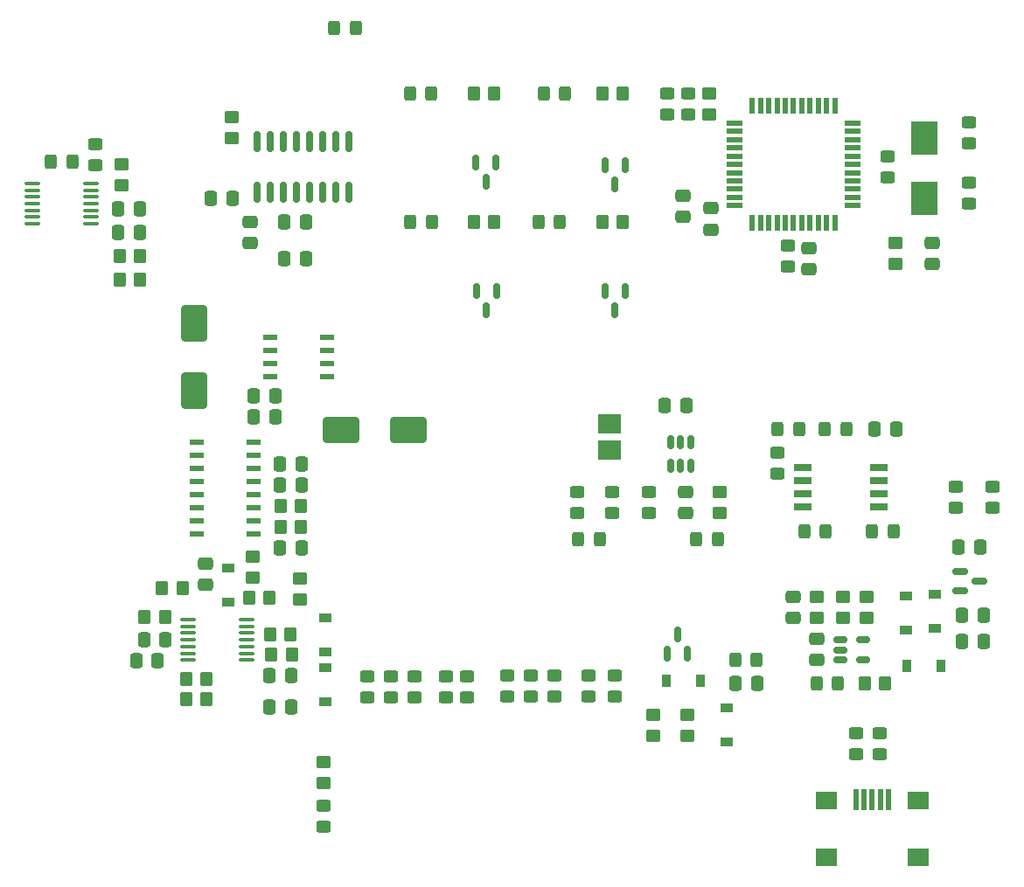
<source format=gbr>
%TF.GenerationSoftware,KiCad,Pcbnew,(6.0.2)*%
%TF.CreationDate,2022-07-25T16:54:14-05:00*%
%TF.ProjectId,pHMeter,70484d65-7465-4722-9e6b-696361645f70,1.0*%
%TF.SameCoordinates,Original*%
%TF.FileFunction,Paste,Top*%
%TF.FilePolarity,Positive*%
%FSLAX46Y46*%
G04 Gerber Fmt 4.6, Leading zero omitted, Abs format (unit mm)*
G04 Created by KiCad (PCBNEW (6.0.2)) date 2022-07-25 16:54:14*
%MOMM*%
%LPD*%
G01*
G04 APERTURE LIST*
G04 Aperture macros list*
%AMRoundRect*
0 Rectangle with rounded corners*
0 $1 Rounding radius*
0 $2 $3 $4 $5 $6 $7 $8 $9 X,Y pos of 4 corners*
0 Add a 4 corners polygon primitive as box body*
4,1,4,$2,$3,$4,$5,$6,$7,$8,$9,$2,$3,0*
0 Add four circle primitives for the rounded corners*
1,1,$1+$1,$2,$3*
1,1,$1+$1,$4,$5*
1,1,$1+$1,$6,$7*
1,1,$1+$1,$8,$9*
0 Add four rect primitives between the rounded corners*
20,1,$1+$1,$2,$3,$4,$5,0*
20,1,$1+$1,$4,$5,$6,$7,0*
20,1,$1+$1,$6,$7,$8,$9,0*
20,1,$1+$1,$8,$9,$2,$3,0*%
G04 Aperture macros list end*
%ADD10RoundRect,0.250000X-0.450000X0.350000X-0.450000X-0.350000X0.450000X-0.350000X0.450000X0.350000X0*%
%ADD11RoundRect,0.250000X-0.450000X0.325000X-0.450000X-0.325000X0.450000X-0.325000X0.450000X0.325000X0*%
%ADD12RoundRect,0.250000X-0.350000X-0.450000X0.350000X-0.450000X0.350000X0.450000X-0.350000X0.450000X0*%
%ADD13R,2.200000X1.825000*%
%ADD14RoundRect,0.250000X0.450000X-0.325000X0.450000X0.325000X-0.450000X0.325000X-0.450000X-0.325000X0*%
%ADD15RoundRect,0.250000X0.337500X0.475000X-0.337500X0.475000X-0.337500X-0.475000X0.337500X-0.475000X0*%
%ADD16RoundRect,0.150000X0.150000X-0.512500X0.150000X0.512500X-0.150000X0.512500X-0.150000X-0.512500X0*%
%ADD17R,1.200000X0.900000*%
%ADD18RoundRect,0.250000X-0.475000X0.337500X-0.475000X-0.337500X0.475000X-0.337500X0.475000X0.337500X0*%
%ADD19R,0.900000X1.200000*%
%ADD20RoundRect,0.250000X-0.325000X-0.450000X0.325000X-0.450000X0.325000X0.450000X-0.325000X0.450000X0*%
%ADD21R,0.500000X2.000000*%
%ADD22R,2.000000X1.700000*%
%ADD23RoundRect,0.250000X0.325000X0.450000X-0.325000X0.450000X-0.325000X-0.450000X0.325000X-0.450000X0*%
%ADD24RoundRect,0.150000X-0.150000X0.587500X-0.150000X-0.587500X0.150000X-0.587500X0.150000X0.587500X0*%
%ADD25RoundRect,0.250000X0.350000X0.450000X-0.350000X0.450000X-0.350000X-0.450000X0.350000X-0.450000X0*%
%ADD26RoundRect,0.250000X-0.337500X-0.475000X0.337500X-0.475000X0.337500X0.475000X-0.337500X0.475000X0*%
%ADD27R,2.500000X3.325000*%
%ADD28R,0.550000X1.500000*%
%ADD29R,1.500000X0.550000*%
%ADD30RoundRect,0.250000X0.450000X-0.350000X0.450000X0.350000X-0.450000X0.350000X-0.450000X-0.350000X0*%
%ADD31RoundRect,0.250000X0.475000X-0.337500X0.475000X0.337500X-0.475000X0.337500X-0.475000X-0.337500X0*%
%ADD32R,1.700000X0.650000*%
%ADD33RoundRect,0.150000X0.150000X-0.825000X0.150000X0.825000X-0.150000X0.825000X-0.150000X-0.825000X0*%
%ADD34RoundRect,0.100000X0.637500X0.100000X-0.637500X0.100000X-0.637500X-0.100000X0.637500X-0.100000X0*%
%ADD35RoundRect,0.150000X-0.587500X-0.150000X0.587500X-0.150000X0.587500X0.150000X-0.587500X0.150000X0*%
%ADD36RoundRect,0.150000X0.150000X-0.587500X0.150000X0.587500X-0.150000X0.587500X-0.150000X-0.587500X0*%
%ADD37RoundRect,0.150000X-0.512500X-0.150000X0.512500X-0.150000X0.512500X0.150000X-0.512500X0.150000X0*%
%ADD38RoundRect,0.250000X-1.000000X1.500000X-1.000000X-1.500000X1.000000X-1.500000X1.000000X1.500000X0*%
%ADD39RoundRect,0.250000X-1.500000X-1.000000X1.500000X-1.000000X1.500000X1.000000X-1.500000X1.000000X0*%
%ADD40RoundRect,0.100000X-0.637500X-0.100000X0.637500X-0.100000X0.637500X0.100000X-0.637500X0.100000X0*%
%ADD41R,1.454899X0.558000*%
G04 APERTURE END LIST*
D10*
%TO.C,R39*%
X120548600Y-99740200D03*
X120548600Y-101740200D03*
%TD*%
D11*
%TO.C,R40*%
X106705600Y-99707800D03*
X106705600Y-101757800D03*
%TD*%
D12*
%TO.C,R3*%
X62389600Y-79159200D03*
X64389600Y-79159200D03*
%TD*%
D13*
%TO.C,L2*%
X109880600Y-93111700D03*
X109880600Y-95686700D03*
%TD*%
D14*
%TO.C,C25*%
X110134600Y-101765200D03*
X110134600Y-99715200D03*
%TD*%
D11*
%TO.C,R14*%
X133756600Y-123083200D03*
X133756600Y-125133200D03*
%TD*%
D15*
%TO.C,C22*%
X117259100Y-91351200D03*
X115184100Y-91351200D03*
%TD*%
D14*
%TO.C,C24*%
X113690600Y-101765200D03*
X113690600Y-99715200D03*
%TD*%
D11*
%TO.C,R15*%
X136042600Y-123083200D03*
X136042600Y-125133200D03*
%TD*%
D10*
%TO.C,R25*%
X114046000Y-121330200D03*
X114046000Y-123330200D03*
%TD*%
D16*
%TO.C,U5*%
X115783601Y-97149699D03*
X116733601Y-97149699D03*
X117683601Y-97149699D03*
X117683601Y-94874699D03*
X116733601Y-94874699D03*
X115783601Y-94874699D03*
%TD*%
D17*
%TO.C,D3*%
X138582600Y-113067200D03*
X138582600Y-109767200D03*
%TD*%
D18*
%TO.C,C19*%
X117246600Y-99702700D03*
X117246600Y-101777700D03*
%TD*%
D19*
%TO.C,D4*%
X141909000Y-116548000D03*
X138609000Y-116548000D03*
%TD*%
D20*
%TO.C,D15*%
X118262600Y-104305200D03*
X120312600Y-104305200D03*
%TD*%
D21*
%TO.C,X1*%
X133680600Y-129545200D03*
X134480600Y-129545200D03*
X135280600Y-129545200D03*
X136080600Y-129545200D03*
X136880600Y-129545200D03*
D22*
X130830600Y-129645200D03*
X139730600Y-129645200D03*
X139730600Y-135095200D03*
X130830600Y-135095200D03*
%TD*%
D23*
%TO.C,D16*%
X108882600Y-104305200D03*
X106832600Y-104305200D03*
%TD*%
D14*
%TO.C,D7*%
X82168599Y-132142201D03*
X82168599Y-130092201D03*
%TD*%
D20*
%TO.C,R31*%
X83210600Y-54775200D03*
X85260600Y-54775200D03*
%TD*%
D10*
%TO.C,R16*%
X82194600Y-125902200D03*
X82194600Y-127902200D03*
%TD*%
D20*
%TO.C,D17*%
X103512600Y-61125200D03*
X105562600Y-61125200D03*
%TD*%
%TO.C,D18*%
X103004600Y-73571200D03*
X105054600Y-73571200D03*
%TD*%
D24*
%TO.C,Q4*%
X111338600Y-68077700D03*
X109438600Y-68077700D03*
X110388600Y-69952700D03*
%TD*%
%TO.C,Q5*%
X111338600Y-80269700D03*
X109438600Y-80269700D03*
X110388600Y-82144700D03*
%TD*%
D25*
%TO.C,R47*%
X111125600Y-61125200D03*
X109125600Y-61125200D03*
%TD*%
%TO.C,R48*%
X111125600Y-73571200D03*
X109125600Y-73571200D03*
%TD*%
D17*
%TO.C,D5*%
X141376600Y-112941200D03*
X141376600Y-109641200D03*
%TD*%
D15*
%TO.C,C20*%
X145716100Y-105067200D03*
X143641100Y-105067200D03*
%TD*%
D11*
%TO.C,R49*%
X110388600Y-117495200D03*
X110388600Y-119545200D03*
%TD*%
D14*
%TO.C,R51*%
X107848600Y-119563200D03*
X107848600Y-117513200D03*
%TD*%
%TO.C,R53*%
X99974600Y-119563200D03*
X99974600Y-117513200D03*
%TD*%
%TO.C,R55*%
X102260600Y-119563200D03*
X102260600Y-117513200D03*
%TD*%
D11*
%TO.C,D19*%
X104546600Y-117495200D03*
X104546600Y-119545200D03*
%TD*%
D26*
%TO.C,C1*%
X62282600Y-72301200D03*
X64357600Y-72301200D03*
%TD*%
%TO.C,C3*%
X62282600Y-74587200D03*
X64357600Y-74587200D03*
%TD*%
D18*
%TO.C,C11*%
X129184600Y-76089700D03*
X129184600Y-78164700D03*
%TD*%
D14*
%TO.C,C9*%
X60096600Y-68070700D03*
X60096600Y-66020700D03*
%TD*%
D26*
%TO.C,C29*%
X78354100Y-77127200D03*
X80429100Y-77127200D03*
%TD*%
%TO.C,C31*%
X135522100Y-93637200D03*
X137597100Y-93637200D03*
%TD*%
D15*
%TO.C,C27*%
X73326100Y-71285200D03*
X71251100Y-71285200D03*
%TD*%
D18*
%TO.C,C26*%
X75082600Y-73558700D03*
X75082600Y-75633700D03*
%TD*%
D26*
%TO.C,C28*%
X78354100Y-73571200D03*
X80429100Y-73571200D03*
%TD*%
D12*
%TO.C,R4*%
X62389600Y-76873200D03*
X64389600Y-76873200D03*
%TD*%
D27*
%TO.C,Y1*%
X140360600Y-65413500D03*
X140360600Y-71238500D03*
%TD*%
D28*
%TO.C,U3*%
X123660600Y-73683200D03*
X124460600Y-73683200D03*
X125260600Y-73683200D03*
X126060600Y-73683200D03*
X126860600Y-73683200D03*
X127660600Y-73683200D03*
X128460600Y-73683200D03*
X129260600Y-73683200D03*
X130060600Y-73683200D03*
X130860600Y-73683200D03*
X131660600Y-73683200D03*
D29*
X133360600Y-71983200D03*
X133360600Y-71183200D03*
X133360600Y-70383200D03*
X133360600Y-69583200D03*
X133360600Y-68783200D03*
X133360600Y-67983200D03*
X133360600Y-67183200D03*
X133360600Y-66383200D03*
X133360600Y-65583200D03*
X133360600Y-64783200D03*
X133360600Y-63983200D03*
D28*
X131660600Y-62283200D03*
X130860600Y-62283200D03*
X130060600Y-62283200D03*
X129260600Y-62283200D03*
X128460600Y-62283200D03*
X127660600Y-62283200D03*
X126860600Y-62283200D03*
X126060600Y-62283200D03*
X125260600Y-62283200D03*
X124460600Y-62283200D03*
X123660600Y-62283200D03*
D29*
X121960600Y-63983200D03*
X121960600Y-64783200D03*
X121960600Y-65583200D03*
X121960600Y-66383200D03*
X121960600Y-67183200D03*
X121960600Y-67983200D03*
X121960600Y-68783200D03*
X121960600Y-69583200D03*
X121960600Y-70383200D03*
X121960600Y-71183200D03*
X121960600Y-71983200D03*
%TD*%
D30*
%TO.C,R36*%
X119532600Y-63141200D03*
X119532600Y-61141200D03*
%TD*%
%TO.C,R34*%
X137566600Y-77628200D03*
X137566600Y-75628200D03*
%TD*%
D11*
%TO.C,C18*%
X127152600Y-75839200D03*
X127152600Y-77889200D03*
%TD*%
D18*
%TO.C,C17*%
X119634000Y-72241500D03*
X119634000Y-74316500D03*
%TD*%
%TO.C,C16*%
X116967000Y-71018700D03*
X116967000Y-73093700D03*
%TD*%
D31*
%TO.C,C15*%
X141122600Y-77656700D03*
X141122600Y-75581700D03*
%TD*%
D11*
%TO.C,C14*%
X144678600Y-69743200D03*
X144678600Y-71793200D03*
%TD*%
D14*
%TO.C,C13*%
X144678600Y-65951200D03*
X144678600Y-63901200D03*
%TD*%
D32*
%TO.C,U7*%
X128582600Y-97320200D03*
X128582600Y-98590200D03*
X128582600Y-99860200D03*
X128582600Y-101130200D03*
X135882600Y-101130200D03*
X135882600Y-99860200D03*
X135882600Y-98590200D03*
X135882600Y-97320200D03*
%TD*%
D33*
%TO.C,U6*%
X75717600Y-70712200D03*
X76987600Y-70712200D03*
X78257600Y-70712200D03*
X79527600Y-70712200D03*
X80797600Y-70712200D03*
X82067600Y-70712200D03*
X83337600Y-70712200D03*
X84607600Y-70712200D03*
X84607600Y-65762200D03*
X83337600Y-65762200D03*
X82067600Y-65762200D03*
X80797600Y-65762200D03*
X79527600Y-65762200D03*
X78257600Y-65762200D03*
X76987600Y-65762200D03*
X75717600Y-65762200D03*
%TD*%
D34*
%TO.C,U1*%
X59657100Y-73743200D03*
X59657100Y-73093200D03*
X59657100Y-72443200D03*
X59657100Y-71793200D03*
X59657100Y-71143200D03*
X59657100Y-70493200D03*
X59657100Y-69843200D03*
X53932100Y-69843200D03*
X53932100Y-70493200D03*
X53932100Y-71143200D03*
X53932100Y-71793200D03*
X53932100Y-72443200D03*
X53932100Y-73093200D03*
X53932100Y-73743200D03*
%TD*%
D11*
%TO.C,R33*%
X146964600Y-99225200D03*
X146964600Y-101275200D03*
%TD*%
D14*
%TO.C,R32*%
X143408600Y-101257200D03*
X143408600Y-99207200D03*
%TD*%
D20*
%TO.C,D12*%
X90576600Y-73571200D03*
X92626600Y-73571200D03*
%TD*%
%TO.C,D11*%
X126136600Y-93637200D03*
X128186600Y-93637200D03*
%TD*%
D14*
%TO.C,R44*%
X126136600Y-97973200D03*
X126136600Y-95923200D03*
%TD*%
D20*
%TO.C,R43*%
X128727400Y-103543200D03*
X130777400Y-103543200D03*
%TD*%
%TO.C,R42*%
X135280600Y-103543200D03*
X137330600Y-103543200D03*
%TD*%
D30*
%TO.C,R41*%
X73304600Y-65436200D03*
X73304600Y-63436200D03*
%TD*%
D25*
%TO.C,R27*%
X98679600Y-73571200D03*
X96679600Y-73571200D03*
%TD*%
D23*
%TO.C,R24*%
X132758600Y-93637200D03*
X130708600Y-93637200D03*
%TD*%
D30*
%TO.C,R13*%
X62636600Y-70008200D03*
X62636600Y-68008200D03*
%TD*%
D23*
%TO.C,R11*%
X57828600Y-67729200D03*
X55778600Y-67729200D03*
%TD*%
D20*
%TO.C,D13*%
X90558600Y-61125200D03*
X92608600Y-61125200D03*
%TD*%
D25*
%TO.C,R26*%
X98697600Y-61125200D03*
X96697600Y-61125200D03*
%TD*%
D24*
%TO.C,Q1*%
X98826600Y-67791700D03*
X96926600Y-67791700D03*
X97876600Y-69666700D03*
%TD*%
%TO.C,Q2*%
X98892600Y-80237700D03*
X96992600Y-80237700D03*
X97942600Y-82112700D03*
%TD*%
D35*
%TO.C,U4*%
X143757100Y-107419200D03*
X143757100Y-109319200D03*
X145632100Y-108369200D03*
%TD*%
D26*
%TO.C,C6*%
X143973600Y-114211200D03*
X146048600Y-114211200D03*
%TD*%
%TO.C,C7*%
X143973600Y-111671200D03*
X146048600Y-111671200D03*
%TD*%
D19*
%TO.C,D14*%
X118642600Y-118021200D03*
X115342600Y-118021200D03*
%TD*%
D23*
%TO.C,R45*%
X124104600Y-115989200D03*
X122054600Y-115989200D03*
%TD*%
D31*
%TO.C,C23*%
X129946600Y-116001700D03*
X129946600Y-113926700D03*
%TD*%
%TO.C,C21*%
X127660600Y-111955700D03*
X127660600Y-109880700D03*
%TD*%
D36*
%TO.C,Q3*%
X115468600Y-115402700D03*
X117368600Y-115402700D03*
X116418600Y-113527700D03*
%TD*%
D30*
%TO.C,R29*%
X129946600Y-111900200D03*
X129946600Y-109900200D03*
%TD*%
D23*
%TO.C,R38*%
X131978600Y-118275200D03*
X129928600Y-118275200D03*
%TD*%
D12*
%TO.C,R46*%
X134543600Y-118275200D03*
X136543600Y-118275200D03*
%TD*%
D10*
%TO.C,R37*%
X134772600Y-109909200D03*
X134772600Y-111909200D03*
%TD*%
D15*
%TO.C,C33*%
X124117100Y-118275200D03*
X122042100Y-118275200D03*
%TD*%
D37*
%TO.C,U9*%
X132160101Y-114070201D03*
X132160101Y-115020201D03*
X132160101Y-115970201D03*
X134435101Y-115970201D03*
X134435101Y-114070201D03*
%TD*%
D10*
%TO.C,R28*%
X117348000Y-121330200D03*
X117348000Y-123330200D03*
%TD*%
D30*
%TO.C,R30*%
X132486600Y-111900200D03*
X132486600Y-109900200D03*
%TD*%
D11*
%TO.C,R35*%
X136804600Y-67221200D03*
X136804600Y-69271200D03*
%TD*%
%TO.C,R20*%
X117500600Y-61116200D03*
X117500600Y-63166200D03*
%TD*%
%TO.C,D8*%
X115468600Y-61116200D03*
X115468600Y-63166200D03*
%TD*%
D26*
%TO.C,C2*%
X77956500Y-99060000D03*
X80031500Y-99060000D03*
%TD*%
D15*
%TO.C,C4*%
X80031500Y-97028000D03*
X77956500Y-97028000D03*
%TD*%
D26*
%TO.C,C5*%
X77956500Y-105156000D03*
X80031500Y-105156000D03*
%TD*%
D15*
%TO.C,C8*%
X66845000Y-114046000D03*
X64770000Y-114046000D03*
%TD*%
D26*
%TO.C,C12*%
X75416500Y-92456000D03*
X77491500Y-92456000D03*
%TD*%
D15*
%TO.C,C30*%
X66083000Y-116078000D03*
X64008000Y-116078000D03*
%TD*%
%TO.C,C32*%
X78994000Y-120523000D03*
X76919000Y-120523000D03*
%TD*%
D26*
%TO.C,C34*%
X76940500Y-117475000D03*
X79015500Y-117475000D03*
%TD*%
D38*
%TO.C,C36*%
X69596000Y-83364000D03*
X69596000Y-89864000D03*
%TD*%
D39*
%TO.C,C37*%
X83872000Y-93726000D03*
X90372000Y-93726000D03*
%TD*%
D17*
%TO.C,D1*%
X82296000Y-115188000D03*
X82296000Y-111888000D03*
%TD*%
%TO.C,D2*%
X82296000Y-120014000D03*
X82296000Y-116714000D03*
%TD*%
%TO.C,D6*%
X72898000Y-110362000D03*
X72898000Y-107062000D03*
%TD*%
D12*
%TO.C,R1*%
X68850000Y-117856000D03*
X70850000Y-117856000D03*
%TD*%
%TO.C,R2*%
X77994000Y-101092000D03*
X79994000Y-101092000D03*
%TD*%
D25*
%TO.C,R5*%
X70850000Y-119761000D03*
X68850000Y-119761000D03*
%TD*%
D12*
%TO.C,R6*%
X77994000Y-103124000D03*
X79994000Y-103124000D03*
%TD*%
D25*
%TO.C,R7*%
X79089000Y-115493800D03*
X77089000Y-115493800D03*
%TD*%
D12*
%TO.C,R8*%
X76978000Y-113538000D03*
X78978000Y-113538000D03*
%TD*%
D10*
%TO.C,R9*%
X79883000Y-108109000D03*
X79883000Y-110109000D03*
%TD*%
%TO.C,R12*%
X75285600Y-105984800D03*
X75285600Y-107984800D03*
%TD*%
D25*
%TO.C,R17*%
X68513200Y-109016800D03*
X66513200Y-109016800D03*
%TD*%
%TO.C,R18*%
X66795400Y-111810800D03*
X64795400Y-111810800D03*
%TD*%
D40*
%TO.C,U2*%
X69019500Y-112096000D03*
X69019500Y-112746000D03*
X69019500Y-113396000D03*
X69019500Y-114046000D03*
X69019500Y-114696000D03*
X69019500Y-115346000D03*
X69019500Y-115996000D03*
X74744500Y-115996000D03*
X74744500Y-115346000D03*
X74744500Y-114696000D03*
X74744500Y-114046000D03*
X74744500Y-113396000D03*
X74744500Y-112746000D03*
X74744500Y-112096000D03*
%TD*%
D41*
%TO.C,U8*%
X69922652Y-94869000D03*
X69922652Y-96139000D03*
X69922652Y-97409000D03*
X69922652Y-98679000D03*
X69922652Y-99949000D03*
X69922652Y-101219000D03*
X69922652Y-102489000D03*
X69922652Y-103759000D03*
X75365348Y-103759000D03*
X75365348Y-102489000D03*
X75365348Y-101219000D03*
X75365348Y-99949000D03*
X75365348Y-98679000D03*
X75365348Y-97409000D03*
X75365348Y-96139000D03*
X75365348Y-94869000D03*
%TD*%
%TO.C,U10*%
X77034652Y-84709000D03*
X77034652Y-85979000D03*
X77034652Y-87249000D03*
X77034652Y-88519000D03*
X82477348Y-88519000D03*
X82477348Y-87249000D03*
X82477348Y-85979000D03*
X82477348Y-84709000D03*
%TD*%
D12*
%TO.C,R10*%
X74946000Y-109982000D03*
X76946000Y-109982000D03*
%TD*%
D11*
%TO.C,D9*%
X90932000Y-117593000D03*
X90932000Y-119643000D03*
%TD*%
%TO.C,R19*%
X96012000Y-117584000D03*
X96012000Y-119634000D03*
%TD*%
D14*
%TO.C,R21*%
X93980000Y-119643000D03*
X93980000Y-117593000D03*
%TD*%
%TO.C,R22*%
X86360000Y-119643000D03*
X86360000Y-117593000D03*
%TD*%
%TO.C,R23*%
X88646000Y-119652000D03*
X88646000Y-117602000D03*
%TD*%
D26*
%TO.C,C10*%
X75416500Y-90424000D03*
X77491500Y-90424000D03*
%TD*%
D31*
%TO.C,C35*%
X70739000Y-108733500D03*
X70739000Y-106658500D03*
%TD*%
D17*
%TO.C,D10*%
X121158000Y-120651000D03*
X121158000Y-123951000D03*
%TD*%
M02*

</source>
